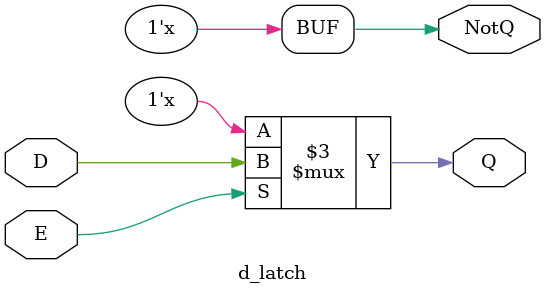
<source format=v>

module d_latch(
    input D, E,
    output reg Q, NotQ
);

    always @(*) begin
        if (E) begin
            Q <= D;
        end
        NotQ <= ~Q;
    end

endmodule
</source>
